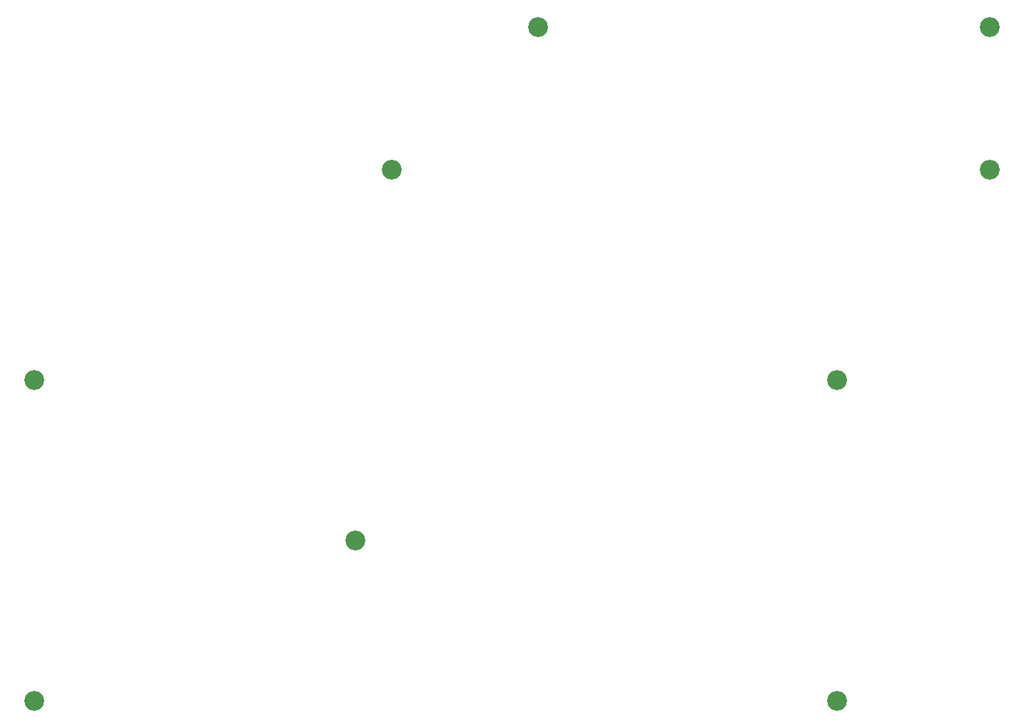
<source format=gbl>
%TF.GenerationSoftware,KiCad,Pcbnew,5.1.2*%
%TF.CreationDate,2019-07-10T21:07:10+02:00*%
%TF.ProjectId,bottom,626f7474-6f6d-42e6-9b69-6361645f7063,rev?*%
%TF.SameCoordinates,Original*%
%TF.FileFunction,Copper,L2,Bot*%
%TF.FilePolarity,Positive*%
%FSLAX46Y46*%
G04 Gerber Fmt 4.6, Leading zero omitted, Abs format (unit mm)*
G04 Created by KiCad (PCBNEW 5.1.2) date 2019-07-10 21:07:10*
%MOMM*%
%LPD*%
G04 APERTURE LIST*
%ADD10C,2.350000*%
%ADD11C,0.350000*%
G04 APERTURE END LIST*
D10*
X-53247831Y-15179474D03*
X-53264517Y-53298770D03*
X41984460Y-53298070D03*
X41990310Y-15202652D03*
X-15162472Y-34238120D03*
X60084290Y9779373D03*
X60084380Y26712902D03*
X-10824043Y9779373D03*
X6465454Y26712708D03*
D11*
X-53247831Y-15179474D03*
X-53264517Y-53298770D03*
X41984460Y-53298070D03*
X41990310Y-15202652D03*
X-15162472Y-34238120D03*
X60084290Y9779373D03*
X60084380Y26712902D03*
X-10824043Y9779373D03*
X6465454Y26712708D03*
M02*

</source>
